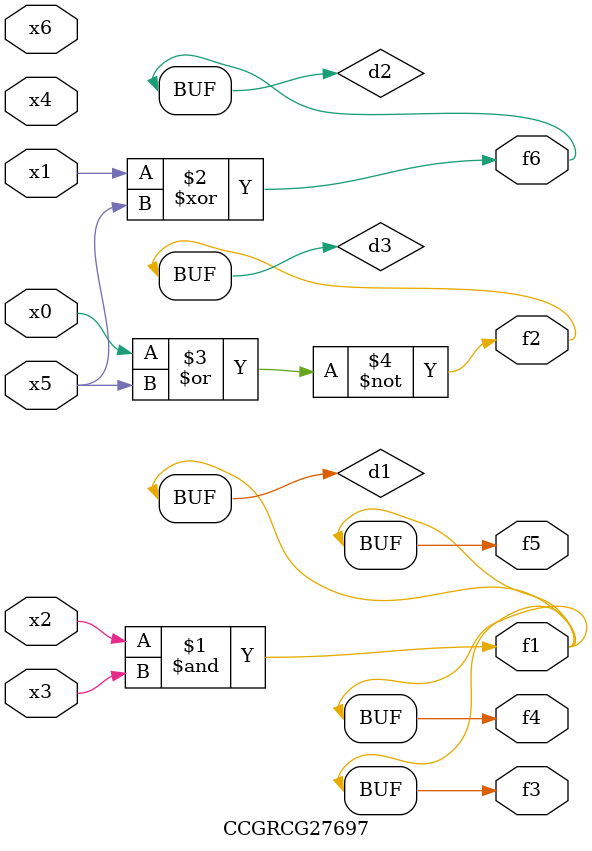
<source format=v>
module CCGRCG27697(
	input x0, x1, x2, x3, x4, x5, x6,
	output f1, f2, f3, f4, f5, f6
);

	wire d1, d2, d3;

	and (d1, x2, x3);
	xor (d2, x1, x5);
	nor (d3, x0, x5);
	assign f1 = d1;
	assign f2 = d3;
	assign f3 = d1;
	assign f4 = d1;
	assign f5 = d1;
	assign f6 = d2;
endmodule

</source>
